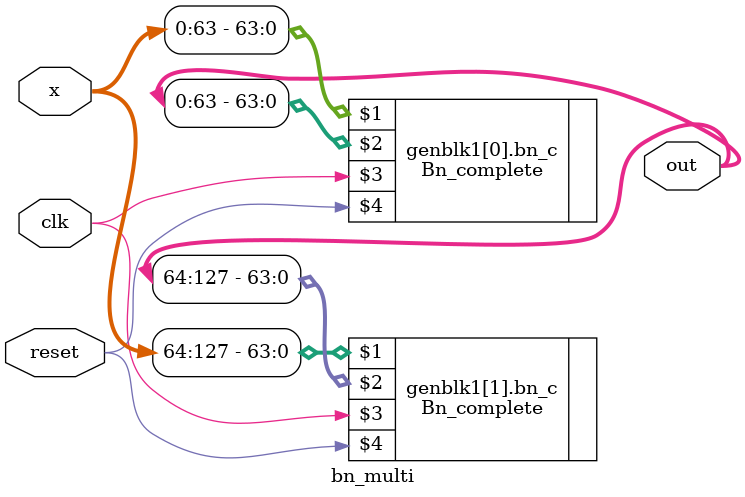
<source format=v>

`timescale 1ns / 1ps


module bn_multi(x,out,clk,reset);
localparam DATA_WIDTH = 16;
parameter size = 8;
parameter beta =16'b0000000000000000;//0
parameter gama = 16'b0011110000000000;//1
parameter quarter = 16'b0011010000000000;
parameter channel = 2;
localparam size_div_channel = size/channel;

input clk,reset;
input [0:DATA_WIDTH*size-1] x;
output wire [0:DATA_WIDTH*size-1] out;

genvar i;
generate

    for(i=0;i<channel;i=i+1) begin
        Bn_complete#(
            .size(size),
            .beta(beta),//0
            .gama(gama),//1
            .quarter(quarter),
            .channel(channel)) bn_c (x[i*size_div_channel*DATA_WIDTH+:size_div_channel*DATA_WIDTH],out[i*size_div_channel*DATA_WIDTH+:size_div_channel*DATA_WIDTH],clk,reset);
    end
endgenerate
endmodule

</source>
